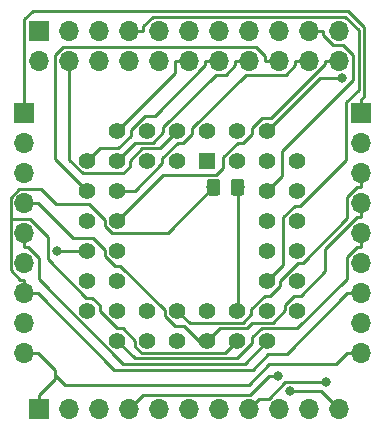
<source format=gbr>
G04 #@! TF.GenerationSoftware,KiCad,Pcbnew,5.1.2*
G04 #@! TF.CreationDate,2019-05-05T18:37:35+02:00*
G04 #@! TF.ProjectId,driverboard,64726976-6572-4626-9f61-72642e6b6963,rev?*
G04 #@! TF.SameCoordinates,Original*
G04 #@! TF.FileFunction,Copper,L2,Bot*
G04 #@! TF.FilePolarity,Positive*
%FSLAX46Y46*%
G04 Gerber Fmt 4.6, Leading zero omitted, Abs format (unit mm)*
G04 Created by KiCad (PCBNEW 5.1.2) date 2019-05-05 18:37:35*
%MOMM*%
%LPD*%
G04 APERTURE LIST*
%ADD10R,1.700000X1.700000*%
%ADD11O,1.700000X1.700000*%
%ADD12C,0.100000*%
%ADD13C,1.150000*%
%ADD14R,1.422400X1.422400*%
%ADD15C,1.422400*%
%ADD16C,0.800000*%
%ADD17C,0.250000*%
G04 APERTURE END LIST*
D10*
X100000000Y-100000000D03*
D11*
X100000000Y-102540000D03*
X102540000Y-100000000D03*
X102540000Y-102540000D03*
X105080000Y-100000000D03*
X105080000Y-102540000D03*
X107620000Y-100000000D03*
X107620000Y-102540000D03*
X110160000Y-100000000D03*
X110160000Y-102540000D03*
X112700000Y-100000000D03*
X112700000Y-102540000D03*
X115240000Y-100000000D03*
X115240000Y-102540000D03*
X117780000Y-100000000D03*
X117780000Y-102540000D03*
X120320000Y-100000000D03*
X120320000Y-102540000D03*
X122860000Y-100000000D03*
X122860000Y-102540000D03*
X125400000Y-100000000D03*
X125400000Y-102540000D03*
D10*
X98750000Y-107000000D03*
D11*
X98750000Y-109540000D03*
X98750000Y-112080000D03*
X98750000Y-114620000D03*
X98750000Y-117160000D03*
X98750000Y-119700000D03*
X98750000Y-122240000D03*
X98750000Y-124780000D03*
X98750000Y-127320000D03*
D10*
X127250000Y-107000000D03*
D11*
X127250000Y-109540000D03*
X127250000Y-112080000D03*
X127250000Y-114620000D03*
X127250000Y-117160000D03*
X127250000Y-119700000D03*
X127250000Y-122240000D03*
X127250000Y-124780000D03*
X127250000Y-127320000D03*
D10*
X100000000Y-132000000D03*
D11*
X102540000Y-132000000D03*
X105080000Y-132000000D03*
X107620000Y-132000000D03*
X110160000Y-132000000D03*
X112700000Y-132000000D03*
X115240000Y-132000000D03*
X117780000Y-132000000D03*
X120320000Y-132000000D03*
X122860000Y-132000000D03*
X125400000Y-132000000D03*
D12*
G36*
X117149505Y-112551204D02*
G01*
X117173773Y-112554804D01*
X117197572Y-112560765D01*
X117220671Y-112569030D01*
X117242850Y-112579520D01*
X117263893Y-112592132D01*
X117283599Y-112606747D01*
X117301777Y-112623223D01*
X117318253Y-112641401D01*
X117332868Y-112661107D01*
X117345480Y-112682150D01*
X117355970Y-112704329D01*
X117364235Y-112727428D01*
X117370196Y-112751227D01*
X117373796Y-112775495D01*
X117375000Y-112799999D01*
X117375000Y-113700001D01*
X117373796Y-113724505D01*
X117370196Y-113748773D01*
X117364235Y-113772572D01*
X117355970Y-113795671D01*
X117345480Y-113817850D01*
X117332868Y-113838893D01*
X117318253Y-113858599D01*
X117301777Y-113876777D01*
X117283599Y-113893253D01*
X117263893Y-113907868D01*
X117242850Y-113920480D01*
X117220671Y-113930970D01*
X117197572Y-113939235D01*
X117173773Y-113945196D01*
X117149505Y-113948796D01*
X117125001Y-113950000D01*
X116474999Y-113950000D01*
X116450495Y-113948796D01*
X116426227Y-113945196D01*
X116402428Y-113939235D01*
X116379329Y-113930970D01*
X116357150Y-113920480D01*
X116336107Y-113907868D01*
X116316401Y-113893253D01*
X116298223Y-113876777D01*
X116281747Y-113858599D01*
X116267132Y-113838893D01*
X116254520Y-113817850D01*
X116244030Y-113795671D01*
X116235765Y-113772572D01*
X116229804Y-113748773D01*
X116226204Y-113724505D01*
X116225000Y-113700001D01*
X116225000Y-112799999D01*
X116226204Y-112775495D01*
X116229804Y-112751227D01*
X116235765Y-112727428D01*
X116244030Y-112704329D01*
X116254520Y-112682150D01*
X116267132Y-112661107D01*
X116281747Y-112641401D01*
X116298223Y-112623223D01*
X116316401Y-112606747D01*
X116336107Y-112592132D01*
X116357150Y-112579520D01*
X116379329Y-112569030D01*
X116402428Y-112560765D01*
X116426227Y-112554804D01*
X116450495Y-112551204D01*
X116474999Y-112550000D01*
X117125001Y-112550000D01*
X117149505Y-112551204D01*
X117149505Y-112551204D01*
G37*
D13*
X116800000Y-113250000D03*
D12*
G36*
X115099505Y-112551204D02*
G01*
X115123773Y-112554804D01*
X115147572Y-112560765D01*
X115170671Y-112569030D01*
X115192850Y-112579520D01*
X115213893Y-112592132D01*
X115233599Y-112606747D01*
X115251777Y-112623223D01*
X115268253Y-112641401D01*
X115282868Y-112661107D01*
X115295480Y-112682150D01*
X115305970Y-112704329D01*
X115314235Y-112727428D01*
X115320196Y-112751227D01*
X115323796Y-112775495D01*
X115325000Y-112799999D01*
X115325000Y-113700001D01*
X115323796Y-113724505D01*
X115320196Y-113748773D01*
X115314235Y-113772572D01*
X115305970Y-113795671D01*
X115295480Y-113817850D01*
X115282868Y-113838893D01*
X115268253Y-113858599D01*
X115251777Y-113876777D01*
X115233599Y-113893253D01*
X115213893Y-113907868D01*
X115192850Y-113920480D01*
X115170671Y-113930970D01*
X115147572Y-113939235D01*
X115123773Y-113945196D01*
X115099505Y-113948796D01*
X115075001Y-113950000D01*
X114424999Y-113950000D01*
X114400495Y-113948796D01*
X114376227Y-113945196D01*
X114352428Y-113939235D01*
X114329329Y-113930970D01*
X114307150Y-113920480D01*
X114286107Y-113907868D01*
X114266401Y-113893253D01*
X114248223Y-113876777D01*
X114231747Y-113858599D01*
X114217132Y-113838893D01*
X114204520Y-113817850D01*
X114194030Y-113795671D01*
X114185765Y-113772572D01*
X114179804Y-113748773D01*
X114176204Y-113724505D01*
X114175000Y-113700001D01*
X114175000Y-112799999D01*
X114176204Y-112775495D01*
X114179804Y-112751227D01*
X114185765Y-112727428D01*
X114194030Y-112704329D01*
X114204520Y-112682150D01*
X114217132Y-112661107D01*
X114231747Y-112641401D01*
X114248223Y-112623223D01*
X114266401Y-112606747D01*
X114286107Y-112592132D01*
X114307150Y-112579520D01*
X114329329Y-112569030D01*
X114352428Y-112560765D01*
X114376227Y-112554804D01*
X114400495Y-112551204D01*
X114424999Y-112550000D01*
X115075001Y-112550000D01*
X115099505Y-112551204D01*
X115099505Y-112551204D01*
G37*
D13*
X114750000Y-113250000D03*
D14*
X114250000Y-111000000D03*
D15*
X111710000Y-111000000D03*
X109170000Y-111000000D03*
X116790000Y-111000000D03*
X119330000Y-111000000D03*
X111710000Y-108460000D03*
X109170000Y-108460000D03*
X106630000Y-108460000D03*
X114250000Y-108460000D03*
X116790000Y-108460000D03*
X106630000Y-111000000D03*
X106630000Y-113540000D03*
X106630000Y-116080000D03*
X106630000Y-118620000D03*
X106630000Y-121160000D03*
X104090000Y-111000000D03*
X104090000Y-113540000D03*
X104090000Y-116080000D03*
X104090000Y-118620000D03*
X104090000Y-121160000D03*
X104090000Y-123700000D03*
X106630000Y-123700000D03*
X109170000Y-123700000D03*
X111710000Y-123700000D03*
X114250000Y-123700000D03*
X116790000Y-123700000D03*
X121870000Y-123700000D03*
X106630000Y-126240000D03*
X109170000Y-126240000D03*
X111710000Y-126240000D03*
X114250000Y-126240000D03*
X116790000Y-126240000D03*
X119330000Y-126240000D03*
X119330000Y-123700000D03*
X119330000Y-121160000D03*
X119330000Y-118620000D03*
X119330000Y-116080000D03*
X119330000Y-113540000D03*
X119330000Y-108460000D03*
X121870000Y-121160000D03*
X121870000Y-118620000D03*
X121870000Y-116080000D03*
X121870000Y-113540000D03*
X121870000Y-111000000D03*
D16*
X125653900Y-103990900D03*
X121250000Y-130500000D03*
X124250000Y-129750000D03*
X101473500Y-118620000D03*
X120250000Y-129250000D03*
D17*
X119330000Y-108460000D02*
X123799100Y-103990900D01*
X123799100Y-103990900D02*
X125653900Y-103990900D01*
X111710000Y-108460000D02*
X110223100Y-109946900D01*
X110223100Y-109946900D02*
X108747200Y-109946900D01*
X108747200Y-109946900D02*
X107666600Y-111027500D01*
X107666600Y-111027500D02*
X107666600Y-111493500D01*
X107666600Y-111493500D02*
X107088500Y-112071600D01*
X107088500Y-112071600D02*
X103674400Y-112071600D01*
X103674400Y-112071600D02*
X102540000Y-110937200D01*
X102540000Y-110937200D02*
X102540000Y-102540000D01*
X107620000Y-100000000D02*
X108795300Y-100000000D01*
X119330000Y-121160000D02*
X120685200Y-119804800D01*
X120685200Y-119804800D02*
X120685200Y-115776400D01*
X120685200Y-115776400D02*
X121651600Y-114810000D01*
X121651600Y-114810000D02*
X122122200Y-114810000D01*
X122122200Y-114810000D02*
X126007700Y-110924500D01*
X126007700Y-110924500D02*
X126007700Y-106051700D01*
X126007700Y-106051700D02*
X127059200Y-105000200D01*
X127059200Y-105000200D02*
X127059200Y-99968500D01*
X127059200Y-99968500D02*
X125915400Y-98824700D01*
X125915400Y-98824700D02*
X109603200Y-98824700D01*
X109603200Y-98824700D02*
X108795300Y-99632600D01*
X108795300Y-99632600D02*
X108795300Y-100000000D01*
X127250000Y-113255300D02*
X126882600Y-113255300D01*
X126882600Y-113255300D02*
X126074700Y-114063200D01*
X126074700Y-114063200D02*
X126074700Y-115882400D01*
X126074700Y-115882400D02*
X122300500Y-119656600D01*
X122300500Y-119656600D02*
X121888200Y-119656600D01*
X121888200Y-119656600D02*
X120366600Y-121178200D01*
X120366600Y-121178200D02*
X120366600Y-121647700D01*
X120366600Y-121647700D02*
X119584300Y-122430000D01*
X119584300Y-122430000D02*
X119100100Y-122430000D01*
X119100100Y-122430000D02*
X117974800Y-123555300D01*
X117974800Y-123555300D02*
X117974800Y-124003700D01*
X117974800Y-124003700D02*
X117241900Y-124736600D01*
X117241900Y-124736600D02*
X112746600Y-124736600D01*
X112746600Y-124736600D02*
X111710000Y-123700000D01*
X127250000Y-112080000D02*
X127250000Y-113255300D01*
X114250000Y-126240000D02*
X115286600Y-125203400D01*
X115286600Y-125203400D02*
X117568800Y-125203400D01*
X117568800Y-125203400D02*
X118027500Y-124744700D01*
X118027500Y-124744700D02*
X119767100Y-124744700D01*
X119767100Y-124744700D02*
X120833400Y-123678400D01*
X120833400Y-123678400D02*
X120833400Y-123210200D01*
X120833400Y-123210200D02*
X121613600Y-122430000D01*
X121613600Y-122430000D02*
X122151000Y-122430000D01*
X122151000Y-122430000D02*
X124221600Y-120359400D01*
X124221600Y-120359400D02*
X124221600Y-118449300D01*
X124221600Y-118449300D02*
X126875600Y-115795300D01*
X126875600Y-115795300D02*
X127250000Y-115795300D01*
X99925300Y-114620000D02*
X102888700Y-117583400D01*
X102888700Y-117583400D02*
X104573900Y-117583400D01*
X104573900Y-117583400D02*
X105593400Y-118602900D01*
X105593400Y-118602900D02*
X105593400Y-119103800D01*
X105593400Y-119103800D02*
X106379600Y-119890000D01*
X106379600Y-119890000D02*
X106881700Y-119890000D01*
X106881700Y-119890000D02*
X110673400Y-123681700D01*
X110673400Y-123681700D02*
X110673400Y-124183800D01*
X110673400Y-124183800D02*
X111459600Y-124970000D01*
X111459600Y-124970000D02*
X112300400Y-124970000D01*
X112300400Y-124970000D02*
X113570400Y-126240000D01*
X113570400Y-126240000D02*
X114250000Y-126240000D01*
X127250000Y-114620000D02*
X127250000Y-115795300D01*
X98750000Y-114620000D02*
X99925300Y-114620000D01*
X119330000Y-126240000D02*
X117391100Y-128178900D01*
X117391100Y-128178900D02*
X107085600Y-128178900D01*
X107085600Y-128178900D02*
X99958100Y-121051400D01*
X99958100Y-121051400D02*
X99958100Y-119202000D01*
X99958100Y-119202000D02*
X99091400Y-118335300D01*
X99091400Y-118335300D02*
X98750000Y-118335300D01*
X98750000Y-117160000D02*
X98750000Y-118335300D01*
X127250000Y-107000000D02*
X127250000Y-105824700D01*
X127250000Y-105824700D02*
X127523600Y-105551100D01*
X127523600Y-105551100D02*
X127523600Y-99720100D01*
X127523600Y-99720100D02*
X126138900Y-98335400D01*
X126138900Y-98335400D02*
X99455400Y-98335400D01*
X99455400Y-98335400D02*
X98750000Y-99040800D01*
X98750000Y-99040800D02*
X98750000Y-107000000D01*
X125400000Y-132000000D02*
X123900000Y-130500000D01*
X123900000Y-130500000D02*
X121815685Y-130500000D01*
X121815685Y-130500000D02*
X121250000Y-130500000D01*
X127250000Y-118335300D02*
X126882600Y-118335300D01*
X126882600Y-118335300D02*
X126074700Y-119143200D01*
X126074700Y-119143200D02*
X126074700Y-120977000D01*
X126074700Y-120977000D02*
X121852300Y-125199400D01*
X121852300Y-125199400D02*
X118826000Y-125199400D01*
X118826000Y-125199400D02*
X118060000Y-125965400D01*
X118060000Y-125965400D02*
X118060000Y-126459500D01*
X118060000Y-126459500D02*
X116790900Y-127728600D01*
X116790900Y-127728600D02*
X108118600Y-127728600D01*
X108118600Y-127728600D02*
X106630000Y-126240000D01*
X127250000Y-117160000D02*
X127250000Y-118335300D01*
X117780000Y-132000000D02*
X118629999Y-131150001D01*
X118629999Y-131150001D02*
X119423001Y-131150001D01*
X123684315Y-129750000D02*
X124250000Y-129750000D01*
X119423001Y-131150001D02*
X120823002Y-129750000D01*
X120823002Y-129750000D02*
X123684315Y-129750000D01*
X97574700Y-115957800D02*
X99212000Y-115957800D01*
X99212000Y-115957800D02*
X100748200Y-117494000D01*
X100748200Y-117494000D02*
X100748200Y-119358400D01*
X100748200Y-119358400D02*
X103979100Y-122589300D01*
X103979100Y-122589300D02*
X104479900Y-122589300D01*
X104479900Y-122589300D02*
X105143000Y-123252400D01*
X105143000Y-123252400D02*
X105143000Y-123753200D01*
X105143000Y-123753200D02*
X106593200Y-125203400D01*
X106593200Y-125203400D02*
X107076700Y-125203400D01*
X107076700Y-125203400D02*
X108133400Y-126260100D01*
X108133400Y-126260100D02*
X108133400Y-126740500D01*
X108133400Y-126740500D02*
X108671200Y-127278300D01*
X108671200Y-127278300D02*
X115751700Y-127278300D01*
X115751700Y-127278300D02*
X116790000Y-126240000D01*
X98750000Y-122240000D02*
X98750000Y-121064700D01*
X97574700Y-115957800D02*
X97574700Y-120256800D01*
X97574700Y-120256800D02*
X98382600Y-121064700D01*
X98382600Y-121064700D02*
X98750000Y-121064700D01*
X114750000Y-113250000D02*
X110881600Y-117118400D01*
X110881600Y-117118400D02*
X106150300Y-117118400D01*
X106150300Y-117118400D02*
X105593400Y-116561500D01*
X105593400Y-116561500D02*
X105593400Y-116061200D01*
X105593400Y-116061200D02*
X104190200Y-114658000D01*
X104190200Y-114658000D02*
X101383700Y-114658000D01*
X101383700Y-114658000D02*
X100132000Y-113406300D01*
X100132000Y-113406300D02*
X98299800Y-113406300D01*
X98299800Y-113406300D02*
X97574700Y-114131400D01*
X97574700Y-114131400D02*
X97574700Y-115957800D01*
X99925300Y-122240000D02*
X98750000Y-122240000D01*
X126074700Y-122240000D02*
X120947200Y-127367500D01*
X120947200Y-127367500D02*
X119384500Y-127367500D01*
X127250000Y-122240000D02*
X126074700Y-122240000D01*
X119384500Y-127367500D02*
X118071500Y-128680500D01*
X106365800Y-128680500D02*
X99925300Y-122240000D01*
X118071500Y-128680500D02*
X106365800Y-128680500D01*
X101342200Y-129130800D02*
X101342200Y-128736900D01*
X101342200Y-128736900D02*
X99925300Y-127320000D01*
X100000000Y-130824700D02*
X101342200Y-129482500D01*
X101342200Y-129482500D02*
X101342200Y-129130800D01*
X100000000Y-132000000D02*
X100000000Y-130824700D01*
X98750000Y-127320000D02*
X99925300Y-127320000D01*
X102211400Y-130000000D02*
X101342200Y-129130800D01*
X117750000Y-130000000D02*
X102211400Y-130000000D01*
X119500000Y-128250000D02*
X117750000Y-130000000D01*
X127250000Y-127320000D02*
X126074700Y-127320000D01*
X125144700Y-128250000D02*
X119500000Y-128250000D01*
X126074700Y-127320000D02*
X125144700Y-128250000D01*
X104090000Y-118620000D02*
X101473500Y-118620000D01*
X116790000Y-123700000D02*
X116800000Y-123690000D01*
X116800000Y-123690000D02*
X116800000Y-113250000D01*
X112700000Y-102540000D02*
X111524700Y-102540000D01*
X106630000Y-108460000D02*
X111524700Y-103565300D01*
X111524700Y-103565300D02*
X111524700Y-102540000D01*
X104090000Y-111000000D02*
X105126600Y-109963400D01*
X105126600Y-109963400D02*
X106691400Y-109963400D01*
X106691400Y-109963400D02*
X107740700Y-108914100D01*
X107740700Y-108914100D02*
X107740700Y-108412400D01*
X107740700Y-108412400D02*
X108955400Y-107197700D01*
X108955400Y-107197700D02*
X109774400Y-107197700D01*
X109774400Y-107197700D02*
X114064700Y-102907400D01*
X114064700Y-102907400D02*
X114064700Y-102540000D01*
X115240000Y-102540000D02*
X114064700Y-102540000D01*
X117780000Y-102540000D02*
X116604700Y-102540000D01*
X106630000Y-111000000D02*
X108133500Y-109496500D01*
X108133500Y-109496500D02*
X109609400Y-109496500D01*
X109609400Y-109496500D02*
X110507800Y-108598100D01*
X110507800Y-108598100D02*
X110507800Y-108157600D01*
X110507800Y-108157600D02*
X114950100Y-103715300D01*
X114950100Y-103715300D02*
X115796800Y-103715300D01*
X115796800Y-103715300D02*
X116604700Y-102907400D01*
X116604700Y-102907400D02*
X116604700Y-102540000D01*
X120320000Y-102540000D02*
X119144700Y-102540000D01*
X104090000Y-113540000D02*
X101364600Y-110814600D01*
X101364600Y-110814600D02*
X101364600Y-102015700D01*
X101364600Y-102015700D02*
X102015600Y-101364700D01*
X102015600Y-101364700D02*
X118336800Y-101364700D01*
X118336800Y-101364700D02*
X119144700Y-102172600D01*
X119144700Y-102172600D02*
X119144700Y-102540000D01*
X122860000Y-100000000D02*
X124035300Y-100000000D01*
X119330000Y-113540000D02*
X120600000Y-112270000D01*
X120600000Y-112270000D02*
X120600000Y-110137700D01*
X120600000Y-110137700D02*
X126608800Y-104128900D01*
X126608800Y-104128900D02*
X126608800Y-102078500D01*
X126608800Y-102078500D02*
X125705600Y-101175300D01*
X125705600Y-101175300D02*
X124843200Y-101175300D01*
X124843200Y-101175300D02*
X124035300Y-100367400D01*
X124035300Y-100367400D02*
X124035300Y-100000000D01*
X122860000Y-102540000D02*
X121684700Y-102540000D01*
X106630000Y-113540000D02*
X108109100Y-113540000D01*
X108109100Y-113540000D02*
X110440000Y-111209100D01*
X110440000Y-111209100D02*
X110440000Y-110788000D01*
X110440000Y-110788000D02*
X111731400Y-109496600D01*
X111731400Y-109496600D02*
X112199700Y-109496600D01*
X112199700Y-109496600D02*
X112980000Y-108716300D01*
X112980000Y-108716300D02*
X112980000Y-108231500D01*
X112980000Y-108231500D02*
X117496200Y-103715300D01*
X117496200Y-103715300D02*
X120876800Y-103715300D01*
X120876800Y-103715300D02*
X121684700Y-102907400D01*
X121684700Y-102907400D02*
X121684700Y-102540000D01*
X125400000Y-102540000D02*
X124224700Y-102540000D01*
X106630000Y-116080000D02*
X110486400Y-112223600D01*
X110486400Y-112223600D02*
X114961300Y-112223600D01*
X114961300Y-112223600D02*
X115594100Y-111590800D01*
X115594100Y-111590800D02*
X115594100Y-110704300D01*
X115594100Y-110704300D02*
X116801800Y-109496600D01*
X116801800Y-109496600D02*
X117273900Y-109496600D01*
X117273900Y-109496600D02*
X118060000Y-108710500D01*
X118060000Y-108710500D02*
X118060000Y-108227700D01*
X118060000Y-108227700D02*
X118864300Y-107423400D01*
X118864300Y-107423400D02*
X119638900Y-107423400D01*
X119638900Y-107423400D02*
X124224700Y-102837600D01*
X124224700Y-102837600D02*
X124224700Y-102540000D01*
X107620000Y-132000000D02*
X108795300Y-130824700D01*
X108795300Y-130824700D02*
X117859609Y-130824700D01*
X117859609Y-130824700D02*
X119434309Y-129250000D01*
X119434309Y-129250000D02*
X119684315Y-129250000D01*
X119684315Y-129250000D02*
X120250000Y-129250000D01*
M02*

</source>
